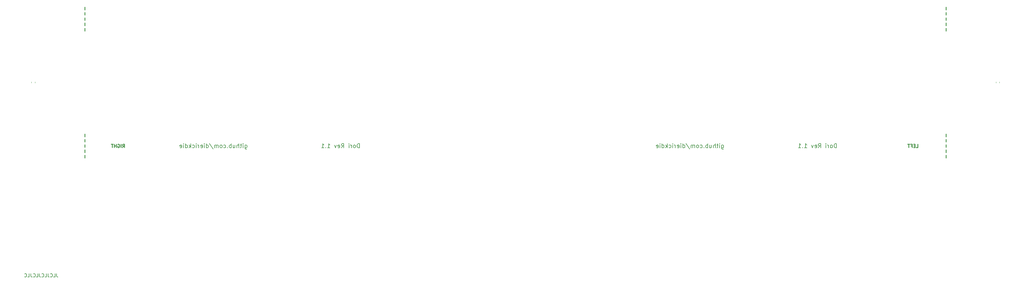
<source format=gbo>
G04 #@! TF.GenerationSoftware,KiCad,Pcbnew,(5.1.2-1)-1*
G04 #@! TF.CreationDate,2020-07-25T23:38:00-05:00*
G04 #@! TF.ProjectId,Dori_top_plate,446f7269-5f74-46f7-905f-706c6174652e,rev?*
G04 #@! TF.SameCoordinates,Original*
G04 #@! TF.FileFunction,Legend,Bot*
G04 #@! TF.FilePolarity,Positive*
%FSLAX46Y46*%
G04 Gerber Fmt 4.6, Leading zero omitted, Abs format (unit mm)*
G04 Created by KiCad (PCBNEW (5.1.2-1)-1) date 2020-07-25 23:38:00*
%MOMM*%
%LPD*%
G04 APERTURE LIST*
%ADD10C,0.250000*%
%ADD11C,0.200000*%
%ADD12C,0.150000*%
%ADD13C,0.120000*%
%ADD14C,4.102000*%
%ADD15C,0.100000*%
%ADD16C,1.052000*%
%ADD17C,0.902000*%
G04 APERTURE END LIST*
D10*
X127539583Y-100464880D02*
X127872916Y-99988690D01*
X128111011Y-100464880D02*
X128111011Y-99464880D01*
X127730059Y-99464880D01*
X127634821Y-99512500D01*
X127587202Y-99560119D01*
X127539583Y-99655357D01*
X127539583Y-99798214D01*
X127587202Y-99893452D01*
X127634821Y-99941071D01*
X127730059Y-99988690D01*
X128111011Y-99988690D01*
X127111011Y-100464880D02*
X127111011Y-99464880D01*
X126111011Y-99512500D02*
X126206250Y-99464880D01*
X126349107Y-99464880D01*
X126491964Y-99512500D01*
X126587202Y-99607738D01*
X126634821Y-99702976D01*
X126682440Y-99893452D01*
X126682440Y-100036309D01*
X126634821Y-100226785D01*
X126587202Y-100322023D01*
X126491964Y-100417261D01*
X126349107Y-100464880D01*
X126253869Y-100464880D01*
X126111011Y-100417261D01*
X126063392Y-100369642D01*
X126063392Y-100036309D01*
X126253869Y-100036309D01*
X125634821Y-100464880D02*
X125634821Y-99464880D01*
X125634821Y-99941071D02*
X125063392Y-99941071D01*
X125063392Y-100464880D02*
X125063392Y-99464880D01*
X124730059Y-99464880D02*
X124158630Y-99464880D01*
X124444345Y-100464880D02*
X124444345Y-99464880D01*
X374253125Y-64690625D02*
X374253125Y-65484375D01*
X374253125Y-63103125D02*
X374253125Y-63896875D01*
X374253125Y-61515625D02*
X374253125Y-62309375D01*
X374253125Y-59928125D02*
X374253125Y-60721875D01*
X374253125Y-58340625D02*
X374253125Y-59134375D01*
X374253125Y-102790625D02*
X374253125Y-103584375D01*
X374253125Y-101203125D02*
X374253125Y-101996875D01*
X374253125Y-99615625D02*
X374253125Y-100409375D01*
X374253125Y-98028125D02*
X374253125Y-98821875D01*
X374253125Y-96440625D02*
X374253125Y-97234375D01*
X116284375Y-102790625D02*
X116284375Y-103584375D01*
X116284375Y-101203125D02*
X116284375Y-101996875D01*
X116284375Y-99615625D02*
X116284375Y-100409375D01*
X116284375Y-98028125D02*
X116284375Y-98821875D01*
X116284375Y-96440625D02*
X116284375Y-97234375D01*
X116284375Y-64690625D02*
X116284375Y-65484375D01*
X116284375Y-63103125D02*
X116284375Y-63896875D01*
X116284375Y-61515625D02*
X116284375Y-62309375D01*
X116284375Y-59928125D02*
X116284375Y-60721875D01*
D11*
X198536011Y-100577976D02*
X198536011Y-99327976D01*
X198238392Y-99327976D01*
X198059821Y-99387500D01*
X197940773Y-99506547D01*
X197881250Y-99625595D01*
X197821726Y-99863690D01*
X197821726Y-100042261D01*
X197881250Y-100280357D01*
X197940773Y-100399404D01*
X198059821Y-100518452D01*
X198238392Y-100577976D01*
X198536011Y-100577976D01*
X197107440Y-100577976D02*
X197226488Y-100518452D01*
X197286011Y-100458928D01*
X197345535Y-100339880D01*
X197345535Y-99982738D01*
X197286011Y-99863690D01*
X197226488Y-99804166D01*
X197107440Y-99744642D01*
X196928869Y-99744642D01*
X196809821Y-99804166D01*
X196750297Y-99863690D01*
X196690773Y-99982738D01*
X196690773Y-100339880D01*
X196750297Y-100458928D01*
X196809821Y-100518452D01*
X196928869Y-100577976D01*
X197107440Y-100577976D01*
X196155059Y-100577976D02*
X196155059Y-99744642D01*
X196155059Y-99982738D02*
X196095535Y-99863690D01*
X196036011Y-99804166D01*
X195916964Y-99744642D01*
X195797916Y-99744642D01*
X195381250Y-100577976D02*
X195381250Y-99744642D01*
X195381250Y-99327976D02*
X195440773Y-99387500D01*
X195381250Y-99447023D01*
X195321726Y-99387500D01*
X195381250Y-99327976D01*
X195381250Y-99447023D01*
X193119345Y-100577976D02*
X193536011Y-99982738D01*
X193833630Y-100577976D02*
X193833630Y-99327976D01*
X193357440Y-99327976D01*
X193238392Y-99387500D01*
X193178869Y-99447023D01*
X193119345Y-99566071D01*
X193119345Y-99744642D01*
X193178869Y-99863690D01*
X193238392Y-99923214D01*
X193357440Y-99982738D01*
X193833630Y-99982738D01*
X192107440Y-100518452D02*
X192226488Y-100577976D01*
X192464583Y-100577976D01*
X192583630Y-100518452D01*
X192643154Y-100399404D01*
X192643154Y-99923214D01*
X192583630Y-99804166D01*
X192464583Y-99744642D01*
X192226488Y-99744642D01*
X192107440Y-99804166D01*
X192047916Y-99923214D01*
X192047916Y-100042261D01*
X192643154Y-100161309D01*
X191631250Y-99744642D02*
X191333630Y-100577976D01*
X191036011Y-99744642D01*
X188952678Y-100577976D02*
X189666964Y-100577976D01*
X189309821Y-100577976D02*
X189309821Y-99327976D01*
X189428869Y-99506547D01*
X189547916Y-99625595D01*
X189666964Y-99685119D01*
X188416964Y-100458928D02*
X188357440Y-100518452D01*
X188416964Y-100577976D01*
X188476488Y-100518452D01*
X188416964Y-100458928D01*
X188416964Y-100577976D01*
X187166964Y-100577976D02*
X187881250Y-100577976D01*
X187524107Y-100577976D02*
X187524107Y-99327976D01*
X187643154Y-99506547D01*
X187762202Y-99625595D01*
X187881250Y-99685119D01*
X164275297Y-99744642D02*
X164275297Y-100756547D01*
X164334821Y-100875595D01*
X164394345Y-100935119D01*
X164513392Y-100994642D01*
X164691964Y-100994642D01*
X164811011Y-100935119D01*
X164275297Y-100518452D02*
X164394345Y-100577976D01*
X164632440Y-100577976D01*
X164751488Y-100518452D01*
X164811011Y-100458928D01*
X164870535Y-100339880D01*
X164870535Y-99982738D01*
X164811011Y-99863690D01*
X164751488Y-99804166D01*
X164632440Y-99744642D01*
X164394345Y-99744642D01*
X164275297Y-99804166D01*
X163680059Y-100577976D02*
X163680059Y-99744642D01*
X163680059Y-99327976D02*
X163739583Y-99387500D01*
X163680059Y-99447023D01*
X163620535Y-99387500D01*
X163680059Y-99327976D01*
X163680059Y-99447023D01*
X163263392Y-99744642D02*
X162787202Y-99744642D01*
X163084821Y-99327976D02*
X163084821Y-100399404D01*
X163025297Y-100518452D01*
X162906250Y-100577976D01*
X162787202Y-100577976D01*
X162370535Y-100577976D02*
X162370535Y-99327976D01*
X161834821Y-100577976D02*
X161834821Y-99923214D01*
X161894345Y-99804166D01*
X162013392Y-99744642D01*
X162191964Y-99744642D01*
X162311011Y-99804166D01*
X162370535Y-99863690D01*
X160703869Y-99744642D02*
X160703869Y-100577976D01*
X161239583Y-99744642D02*
X161239583Y-100399404D01*
X161180059Y-100518452D01*
X161061011Y-100577976D01*
X160882440Y-100577976D01*
X160763392Y-100518452D01*
X160703869Y-100458928D01*
X160108630Y-100577976D02*
X160108630Y-99327976D01*
X160108630Y-99804166D02*
X159989583Y-99744642D01*
X159751488Y-99744642D01*
X159632440Y-99804166D01*
X159572916Y-99863690D01*
X159513392Y-99982738D01*
X159513392Y-100339880D01*
X159572916Y-100458928D01*
X159632440Y-100518452D01*
X159751488Y-100577976D01*
X159989583Y-100577976D01*
X160108630Y-100518452D01*
X158977678Y-100458928D02*
X158918154Y-100518452D01*
X158977678Y-100577976D01*
X159037202Y-100518452D01*
X158977678Y-100458928D01*
X158977678Y-100577976D01*
X157846726Y-100518452D02*
X157965773Y-100577976D01*
X158203869Y-100577976D01*
X158322916Y-100518452D01*
X158382440Y-100458928D01*
X158441964Y-100339880D01*
X158441964Y-99982738D01*
X158382440Y-99863690D01*
X158322916Y-99804166D01*
X158203869Y-99744642D01*
X157965773Y-99744642D01*
X157846726Y-99804166D01*
X157132440Y-100577976D02*
X157251488Y-100518452D01*
X157311011Y-100458928D01*
X157370535Y-100339880D01*
X157370535Y-99982738D01*
X157311011Y-99863690D01*
X157251488Y-99804166D01*
X157132440Y-99744642D01*
X156953869Y-99744642D01*
X156834821Y-99804166D01*
X156775297Y-99863690D01*
X156715773Y-99982738D01*
X156715773Y-100339880D01*
X156775297Y-100458928D01*
X156834821Y-100518452D01*
X156953869Y-100577976D01*
X157132440Y-100577976D01*
X156180059Y-100577976D02*
X156180059Y-99744642D01*
X156180059Y-99863690D02*
X156120535Y-99804166D01*
X156001488Y-99744642D01*
X155822916Y-99744642D01*
X155703869Y-99804166D01*
X155644345Y-99923214D01*
X155644345Y-100577976D01*
X155644345Y-99923214D02*
X155584821Y-99804166D01*
X155465773Y-99744642D01*
X155287202Y-99744642D01*
X155168154Y-99804166D01*
X155108630Y-99923214D01*
X155108630Y-100577976D01*
X153620535Y-99268452D02*
X154691964Y-100875595D01*
X152668154Y-100577976D02*
X152668154Y-99327976D01*
X152668154Y-100518452D02*
X152787202Y-100577976D01*
X153025297Y-100577976D01*
X153144345Y-100518452D01*
X153203869Y-100458928D01*
X153263392Y-100339880D01*
X153263392Y-99982738D01*
X153203869Y-99863690D01*
X153144345Y-99804166D01*
X153025297Y-99744642D01*
X152787202Y-99744642D01*
X152668154Y-99804166D01*
X152072916Y-100577976D02*
X152072916Y-99744642D01*
X152072916Y-99327976D02*
X152132440Y-99387500D01*
X152072916Y-99447023D01*
X152013392Y-99387500D01*
X152072916Y-99327976D01*
X152072916Y-99447023D01*
X151001488Y-100518452D02*
X151120535Y-100577976D01*
X151358630Y-100577976D01*
X151477678Y-100518452D01*
X151537202Y-100399404D01*
X151537202Y-99923214D01*
X151477678Y-99804166D01*
X151358630Y-99744642D01*
X151120535Y-99744642D01*
X151001488Y-99804166D01*
X150941964Y-99923214D01*
X150941964Y-100042261D01*
X151537202Y-100161309D01*
X150406250Y-100577976D02*
X150406250Y-99744642D01*
X150406250Y-99982738D02*
X150346726Y-99863690D01*
X150287202Y-99804166D01*
X150168154Y-99744642D01*
X150049107Y-99744642D01*
X149632440Y-100577976D02*
X149632440Y-99744642D01*
X149632440Y-99327976D02*
X149691964Y-99387500D01*
X149632440Y-99447023D01*
X149572916Y-99387500D01*
X149632440Y-99327976D01*
X149632440Y-99447023D01*
X148501488Y-100518452D02*
X148620535Y-100577976D01*
X148858630Y-100577976D01*
X148977678Y-100518452D01*
X149037202Y-100458928D01*
X149096726Y-100339880D01*
X149096726Y-99982738D01*
X149037202Y-99863690D01*
X148977678Y-99804166D01*
X148858630Y-99744642D01*
X148620535Y-99744642D01*
X148501488Y-99804166D01*
X147965773Y-100577976D02*
X147965773Y-99327976D01*
X147846726Y-100101785D02*
X147489583Y-100577976D01*
X147489583Y-99744642D02*
X147965773Y-100220833D01*
X146418154Y-100577976D02*
X146418154Y-99327976D01*
X146418154Y-100518452D02*
X146537202Y-100577976D01*
X146775297Y-100577976D01*
X146894345Y-100518452D01*
X146953869Y-100458928D01*
X147013392Y-100339880D01*
X147013392Y-99982738D01*
X146953869Y-99863690D01*
X146894345Y-99804166D01*
X146775297Y-99744642D01*
X146537202Y-99744642D01*
X146418154Y-99804166D01*
X145822916Y-100577976D02*
X145822916Y-99744642D01*
X145822916Y-99327976D02*
X145882440Y-99387500D01*
X145822916Y-99447023D01*
X145763392Y-99387500D01*
X145822916Y-99327976D01*
X145822916Y-99447023D01*
X144751488Y-100518452D02*
X144870535Y-100577976D01*
X145108630Y-100577976D01*
X145227678Y-100518452D01*
X145287202Y-100399404D01*
X145287202Y-99923214D01*
X145227678Y-99804166D01*
X145108630Y-99744642D01*
X144870535Y-99744642D01*
X144751488Y-99804166D01*
X144691964Y-99923214D01*
X144691964Y-100042261D01*
X145287202Y-100161309D01*
D10*
X365283630Y-100464880D02*
X365759821Y-100464880D01*
X365759821Y-99464880D01*
X364950297Y-99941071D02*
X364616964Y-99941071D01*
X364474107Y-100464880D02*
X364950297Y-100464880D01*
X364950297Y-99464880D01*
X364474107Y-99464880D01*
X363712202Y-99941071D02*
X364045535Y-99941071D01*
X364045535Y-100464880D02*
X364045535Y-99464880D01*
X363569345Y-99464880D01*
X363331250Y-99464880D02*
X362759821Y-99464880D01*
X363045535Y-100464880D02*
X363045535Y-99464880D01*
X116284375Y-58340625D02*
X116284375Y-59134375D01*
D11*
X307033291Y-99744642D02*
X307033291Y-100756547D01*
X307092815Y-100875595D01*
X307152339Y-100935119D01*
X307271386Y-100994642D01*
X307449958Y-100994642D01*
X307569005Y-100935119D01*
X307033291Y-100518452D02*
X307152339Y-100577976D01*
X307390434Y-100577976D01*
X307509482Y-100518452D01*
X307569005Y-100458928D01*
X307628529Y-100339880D01*
X307628529Y-99982738D01*
X307569005Y-99863690D01*
X307509482Y-99804166D01*
X307390434Y-99744642D01*
X307152339Y-99744642D01*
X307033291Y-99804166D01*
X306438053Y-100577976D02*
X306438053Y-99744642D01*
X306438053Y-99327976D02*
X306497577Y-99387500D01*
X306438053Y-99447023D01*
X306378529Y-99387500D01*
X306438053Y-99327976D01*
X306438053Y-99447023D01*
X306021386Y-99744642D02*
X305545196Y-99744642D01*
X305842815Y-99327976D02*
X305842815Y-100399404D01*
X305783291Y-100518452D01*
X305664244Y-100577976D01*
X305545196Y-100577976D01*
X305128529Y-100577976D02*
X305128529Y-99327976D01*
X304592815Y-100577976D02*
X304592815Y-99923214D01*
X304652339Y-99804166D01*
X304771386Y-99744642D01*
X304949958Y-99744642D01*
X305069005Y-99804166D01*
X305128529Y-99863690D01*
X303461863Y-99744642D02*
X303461863Y-100577976D01*
X303997577Y-99744642D02*
X303997577Y-100399404D01*
X303938053Y-100518452D01*
X303819005Y-100577976D01*
X303640434Y-100577976D01*
X303521386Y-100518452D01*
X303461863Y-100458928D01*
X302866624Y-100577976D02*
X302866624Y-99327976D01*
X302866624Y-99804166D02*
X302747577Y-99744642D01*
X302509482Y-99744642D01*
X302390434Y-99804166D01*
X302330910Y-99863690D01*
X302271386Y-99982738D01*
X302271386Y-100339880D01*
X302330910Y-100458928D01*
X302390434Y-100518452D01*
X302509482Y-100577976D01*
X302747577Y-100577976D01*
X302866624Y-100518452D01*
X301735672Y-100458928D02*
X301676148Y-100518452D01*
X301735672Y-100577976D01*
X301795196Y-100518452D01*
X301735672Y-100458928D01*
X301735672Y-100577976D01*
X300604720Y-100518452D02*
X300723767Y-100577976D01*
X300961863Y-100577976D01*
X301080910Y-100518452D01*
X301140434Y-100458928D01*
X301199958Y-100339880D01*
X301199958Y-99982738D01*
X301140434Y-99863690D01*
X301080910Y-99804166D01*
X300961863Y-99744642D01*
X300723767Y-99744642D01*
X300604720Y-99804166D01*
X299890434Y-100577976D02*
X300009482Y-100518452D01*
X300069005Y-100458928D01*
X300128529Y-100339880D01*
X300128529Y-99982738D01*
X300069005Y-99863690D01*
X300009482Y-99804166D01*
X299890434Y-99744642D01*
X299711863Y-99744642D01*
X299592815Y-99804166D01*
X299533291Y-99863690D01*
X299473767Y-99982738D01*
X299473767Y-100339880D01*
X299533291Y-100458928D01*
X299592815Y-100518452D01*
X299711863Y-100577976D01*
X299890434Y-100577976D01*
X298938053Y-100577976D02*
X298938053Y-99744642D01*
X298938053Y-99863690D02*
X298878529Y-99804166D01*
X298759482Y-99744642D01*
X298580910Y-99744642D01*
X298461863Y-99804166D01*
X298402339Y-99923214D01*
X298402339Y-100577976D01*
X298402339Y-99923214D02*
X298342815Y-99804166D01*
X298223767Y-99744642D01*
X298045196Y-99744642D01*
X297926148Y-99804166D01*
X297866624Y-99923214D01*
X297866624Y-100577976D01*
X296378529Y-99268452D02*
X297449958Y-100875595D01*
X295426148Y-100577976D02*
X295426148Y-99327976D01*
X295426148Y-100518452D02*
X295545196Y-100577976D01*
X295783291Y-100577976D01*
X295902339Y-100518452D01*
X295961863Y-100458928D01*
X296021386Y-100339880D01*
X296021386Y-99982738D01*
X295961863Y-99863690D01*
X295902339Y-99804166D01*
X295783291Y-99744642D01*
X295545196Y-99744642D01*
X295426148Y-99804166D01*
X294830910Y-100577976D02*
X294830910Y-99744642D01*
X294830910Y-99327976D02*
X294890434Y-99387500D01*
X294830910Y-99447023D01*
X294771386Y-99387500D01*
X294830910Y-99327976D01*
X294830910Y-99447023D01*
X293759482Y-100518452D02*
X293878529Y-100577976D01*
X294116624Y-100577976D01*
X294235672Y-100518452D01*
X294295196Y-100399404D01*
X294295196Y-99923214D01*
X294235672Y-99804166D01*
X294116624Y-99744642D01*
X293878529Y-99744642D01*
X293759482Y-99804166D01*
X293699958Y-99923214D01*
X293699958Y-100042261D01*
X294295196Y-100161309D01*
X293164244Y-100577976D02*
X293164244Y-99744642D01*
X293164244Y-99982738D02*
X293104720Y-99863690D01*
X293045196Y-99804166D01*
X292926148Y-99744642D01*
X292807101Y-99744642D01*
X292390434Y-100577976D02*
X292390434Y-99744642D01*
X292390434Y-99327976D02*
X292449958Y-99387500D01*
X292390434Y-99447023D01*
X292330910Y-99387500D01*
X292390434Y-99327976D01*
X292390434Y-99447023D01*
X291259482Y-100518452D02*
X291378529Y-100577976D01*
X291616624Y-100577976D01*
X291735672Y-100518452D01*
X291795196Y-100458928D01*
X291854720Y-100339880D01*
X291854720Y-99982738D01*
X291795196Y-99863690D01*
X291735672Y-99804166D01*
X291616624Y-99744642D01*
X291378529Y-99744642D01*
X291259482Y-99804166D01*
X290723767Y-100577976D02*
X290723767Y-99327976D01*
X290604720Y-100101785D02*
X290247577Y-100577976D01*
X290247577Y-99744642D02*
X290723767Y-100220833D01*
X289176148Y-100577976D02*
X289176148Y-99327976D01*
X289176148Y-100518452D02*
X289295196Y-100577976D01*
X289533291Y-100577976D01*
X289652339Y-100518452D01*
X289711863Y-100458928D01*
X289771386Y-100339880D01*
X289771386Y-99982738D01*
X289711863Y-99863690D01*
X289652339Y-99804166D01*
X289533291Y-99744642D01*
X289295196Y-99744642D01*
X289176148Y-99804166D01*
X288580910Y-100577976D02*
X288580910Y-99744642D01*
X288580910Y-99327976D02*
X288640434Y-99387500D01*
X288580910Y-99447023D01*
X288521386Y-99387500D01*
X288580910Y-99327976D01*
X288580910Y-99447023D01*
X287509482Y-100518452D02*
X287628529Y-100577976D01*
X287866624Y-100577976D01*
X287985672Y-100518452D01*
X288045196Y-100399404D01*
X288045196Y-99923214D01*
X287985672Y-99804166D01*
X287866624Y-99744642D01*
X287628529Y-99744642D01*
X287509482Y-99804166D01*
X287449958Y-99923214D01*
X287449958Y-100042261D01*
X288045196Y-100161309D01*
X341411011Y-100577976D02*
X341411011Y-99327976D01*
X341113392Y-99327976D01*
X340934821Y-99387500D01*
X340815773Y-99506547D01*
X340756250Y-99625595D01*
X340696726Y-99863690D01*
X340696726Y-100042261D01*
X340756250Y-100280357D01*
X340815773Y-100399404D01*
X340934821Y-100518452D01*
X341113392Y-100577976D01*
X341411011Y-100577976D01*
X339982440Y-100577976D02*
X340101488Y-100518452D01*
X340161011Y-100458928D01*
X340220535Y-100339880D01*
X340220535Y-99982738D01*
X340161011Y-99863690D01*
X340101488Y-99804166D01*
X339982440Y-99744642D01*
X339803869Y-99744642D01*
X339684821Y-99804166D01*
X339625297Y-99863690D01*
X339565773Y-99982738D01*
X339565773Y-100339880D01*
X339625297Y-100458928D01*
X339684821Y-100518452D01*
X339803869Y-100577976D01*
X339982440Y-100577976D01*
X339030059Y-100577976D02*
X339030059Y-99744642D01*
X339030059Y-99982738D02*
X338970535Y-99863690D01*
X338911011Y-99804166D01*
X338791964Y-99744642D01*
X338672916Y-99744642D01*
X338256250Y-100577976D02*
X338256250Y-99744642D01*
X338256250Y-99327976D02*
X338315773Y-99387500D01*
X338256250Y-99447023D01*
X338196726Y-99387500D01*
X338256250Y-99327976D01*
X338256250Y-99447023D01*
X335994345Y-100577976D02*
X336411011Y-99982738D01*
X336708630Y-100577976D02*
X336708630Y-99327976D01*
X336232440Y-99327976D01*
X336113392Y-99387500D01*
X336053869Y-99447023D01*
X335994345Y-99566071D01*
X335994345Y-99744642D01*
X336053869Y-99863690D01*
X336113392Y-99923214D01*
X336232440Y-99982738D01*
X336708630Y-99982738D01*
X334982440Y-100518452D02*
X335101488Y-100577976D01*
X335339583Y-100577976D01*
X335458630Y-100518452D01*
X335518154Y-100399404D01*
X335518154Y-99923214D01*
X335458630Y-99804166D01*
X335339583Y-99744642D01*
X335101488Y-99744642D01*
X334982440Y-99804166D01*
X334922916Y-99923214D01*
X334922916Y-100042261D01*
X335518154Y-100161309D01*
X334506250Y-99744642D02*
X334208630Y-100577976D01*
X333911011Y-99744642D01*
X331827678Y-100577976D02*
X332541964Y-100577976D01*
X332184821Y-100577976D02*
X332184821Y-99327976D01*
X332303869Y-99506547D01*
X332422916Y-99625595D01*
X332541964Y-99685119D01*
X331291964Y-100458928D02*
X331232440Y-100518452D01*
X331291964Y-100577976D01*
X331351488Y-100518452D01*
X331291964Y-100458928D01*
X331291964Y-100577976D01*
X330041964Y-100577976D02*
X330756250Y-100577976D01*
X330399107Y-100577976D02*
X330399107Y-99327976D01*
X330518154Y-99506547D01*
X330637202Y-99625595D01*
X330756250Y-99685119D01*
D12*
X107806547Y-138358630D02*
X107806547Y-139072916D01*
X107854166Y-139215773D01*
X107949404Y-139311011D01*
X108092261Y-139358630D01*
X108187500Y-139358630D01*
X106854166Y-139358630D02*
X107330357Y-139358630D01*
X107330357Y-138358630D01*
X105949404Y-139263392D02*
X105997023Y-139311011D01*
X106139880Y-139358630D01*
X106235119Y-139358630D01*
X106377976Y-139311011D01*
X106473214Y-139215773D01*
X106520833Y-139120535D01*
X106568452Y-138930059D01*
X106568452Y-138787202D01*
X106520833Y-138596726D01*
X106473214Y-138501488D01*
X106377976Y-138406250D01*
X106235119Y-138358630D01*
X106139880Y-138358630D01*
X105997023Y-138406250D01*
X105949404Y-138453869D01*
X105235119Y-138358630D02*
X105235119Y-139072916D01*
X105282738Y-139215773D01*
X105377976Y-139311011D01*
X105520833Y-139358630D01*
X105616071Y-139358630D01*
X104282738Y-139358630D02*
X104758928Y-139358630D01*
X104758928Y-138358630D01*
X103377976Y-139263392D02*
X103425595Y-139311011D01*
X103568452Y-139358630D01*
X103663690Y-139358630D01*
X103806547Y-139311011D01*
X103901785Y-139215773D01*
X103949404Y-139120535D01*
X103997023Y-138930059D01*
X103997023Y-138787202D01*
X103949404Y-138596726D01*
X103901785Y-138501488D01*
X103806547Y-138406250D01*
X103663690Y-138358630D01*
X103568452Y-138358630D01*
X103425595Y-138406250D01*
X103377976Y-138453869D01*
X102663690Y-138358630D02*
X102663690Y-139072916D01*
X102711309Y-139215773D01*
X102806547Y-139311011D01*
X102949404Y-139358630D01*
X103044642Y-139358630D01*
X101711309Y-139358630D02*
X102187500Y-139358630D01*
X102187500Y-138358630D01*
X100806547Y-139263392D02*
X100854166Y-139311011D01*
X100997023Y-139358630D01*
X101092261Y-139358630D01*
X101235119Y-139311011D01*
X101330357Y-139215773D01*
X101377976Y-139120535D01*
X101425595Y-138930059D01*
X101425595Y-138787202D01*
X101377976Y-138596726D01*
X101330357Y-138501488D01*
X101235119Y-138406250D01*
X101092261Y-138358630D01*
X100997023Y-138358630D01*
X100854166Y-138406250D01*
X100806547Y-138453869D01*
X100092261Y-138358630D02*
X100092261Y-139072916D01*
X100139880Y-139215773D01*
X100235119Y-139311011D01*
X100377976Y-139358630D01*
X100473214Y-139358630D01*
X99139880Y-139358630D02*
X99616071Y-139358630D01*
X99616071Y-138358630D01*
X98235119Y-139263392D02*
X98282738Y-139311011D01*
X98425595Y-139358630D01*
X98520833Y-139358630D01*
X98663690Y-139311011D01*
X98758928Y-139215773D01*
X98806547Y-139120535D01*
X98854166Y-138930059D01*
X98854166Y-138787202D01*
X98806547Y-138596726D01*
X98758928Y-138501488D01*
X98663690Y-138406250D01*
X98520833Y-138358630D01*
X98425595Y-138358630D01*
X98282738Y-138406250D01*
X98235119Y-138453869D01*
D13*
X390241250Y-80791233D02*
X390241250Y-81133767D01*
X389221250Y-80791233D02*
X389221250Y-81133767D01*
X101316250Y-80791233D02*
X101316250Y-81133767D01*
X100296250Y-80791233D02*
X100296250Y-81133767D01*
%LPC*%
D14*
X221853125Y-105171875D03*
X268697075Y-105171875D03*
X380218950Y-100012500D03*
X380218950Y-59918600D03*
X110331250Y-100012500D03*
X110331250Y-61912500D03*
X354806250Y-61912500D03*
X354806250Y-100012500D03*
X278606250Y-61912500D03*
X135731250Y-100012500D03*
X211931250Y-61912500D03*
X135731250Y-61912500D03*
D15*
G36*
X390020029Y-81262766D02*
G01*
X390045559Y-81266553D01*
X390070595Y-81272825D01*
X390094896Y-81281520D01*
X390118227Y-81292555D01*
X390140365Y-81305823D01*
X390161095Y-81321198D01*
X390180219Y-81338531D01*
X390197552Y-81357655D01*
X390212927Y-81378385D01*
X390226195Y-81400523D01*
X390237230Y-81423854D01*
X390245925Y-81448155D01*
X390252197Y-81473191D01*
X390255984Y-81498721D01*
X390257250Y-81524500D01*
X390257250Y-82150500D01*
X390255984Y-82176279D01*
X390252197Y-82201809D01*
X390245925Y-82226845D01*
X390237230Y-82251146D01*
X390226195Y-82274477D01*
X390212927Y-82296615D01*
X390197552Y-82317345D01*
X390180219Y-82336469D01*
X390161095Y-82353802D01*
X390140365Y-82369177D01*
X390118227Y-82382445D01*
X390094896Y-82393480D01*
X390070595Y-82402175D01*
X390045559Y-82408447D01*
X390020029Y-82412234D01*
X389994250Y-82413500D01*
X389468250Y-82413500D01*
X389442471Y-82412234D01*
X389416941Y-82408447D01*
X389391905Y-82402175D01*
X389367604Y-82393480D01*
X389344273Y-82382445D01*
X389322135Y-82369177D01*
X389301405Y-82353802D01*
X389282281Y-82336469D01*
X389264948Y-82317345D01*
X389249573Y-82296615D01*
X389236305Y-82274477D01*
X389225270Y-82251146D01*
X389216575Y-82226845D01*
X389210303Y-82201809D01*
X389206516Y-82176279D01*
X389205250Y-82150500D01*
X389205250Y-81524500D01*
X389206516Y-81498721D01*
X389210303Y-81473191D01*
X389216575Y-81448155D01*
X389225270Y-81423854D01*
X389236305Y-81400523D01*
X389249573Y-81378385D01*
X389264948Y-81357655D01*
X389282281Y-81338531D01*
X389301405Y-81321198D01*
X389322135Y-81305823D01*
X389344273Y-81292555D01*
X389367604Y-81281520D01*
X389391905Y-81272825D01*
X389416941Y-81266553D01*
X389442471Y-81262766D01*
X389468250Y-81261500D01*
X389994250Y-81261500D01*
X390020029Y-81262766D01*
X390020029Y-81262766D01*
G37*
D16*
X389731250Y-81837500D03*
D15*
G36*
X390020029Y-79512766D02*
G01*
X390045559Y-79516553D01*
X390070595Y-79522825D01*
X390094896Y-79531520D01*
X390118227Y-79542555D01*
X390140365Y-79555823D01*
X390161095Y-79571198D01*
X390180219Y-79588531D01*
X390197552Y-79607655D01*
X390212927Y-79628385D01*
X390226195Y-79650523D01*
X390237230Y-79673854D01*
X390245925Y-79698155D01*
X390252197Y-79723191D01*
X390255984Y-79748721D01*
X390257250Y-79774500D01*
X390257250Y-80400500D01*
X390255984Y-80426279D01*
X390252197Y-80451809D01*
X390245925Y-80476845D01*
X390237230Y-80501146D01*
X390226195Y-80524477D01*
X390212927Y-80546615D01*
X390197552Y-80567345D01*
X390180219Y-80586469D01*
X390161095Y-80603802D01*
X390140365Y-80619177D01*
X390118227Y-80632445D01*
X390094896Y-80643480D01*
X390070595Y-80652175D01*
X390045559Y-80658447D01*
X390020029Y-80662234D01*
X389994250Y-80663500D01*
X389468250Y-80663500D01*
X389442471Y-80662234D01*
X389416941Y-80658447D01*
X389391905Y-80652175D01*
X389367604Y-80643480D01*
X389344273Y-80632445D01*
X389322135Y-80619177D01*
X389301405Y-80603802D01*
X389282281Y-80586469D01*
X389264948Y-80567345D01*
X389249573Y-80546615D01*
X389236305Y-80524477D01*
X389225270Y-80501146D01*
X389216575Y-80476845D01*
X389210303Y-80451809D01*
X389206516Y-80426279D01*
X389205250Y-80400500D01*
X389205250Y-79774500D01*
X389206516Y-79748721D01*
X389210303Y-79723191D01*
X389216575Y-79698155D01*
X389225270Y-79673854D01*
X389236305Y-79650523D01*
X389249573Y-79628385D01*
X389264948Y-79607655D01*
X389282281Y-79588531D01*
X389301405Y-79571198D01*
X389322135Y-79555823D01*
X389344273Y-79542555D01*
X389367604Y-79531520D01*
X389391905Y-79522825D01*
X389416941Y-79516553D01*
X389442471Y-79512766D01*
X389468250Y-79511500D01*
X389994250Y-79511500D01*
X390020029Y-79512766D01*
X390020029Y-79512766D01*
G37*
D16*
X389731250Y-80087500D03*
D15*
G36*
X101095029Y-81262766D02*
G01*
X101120559Y-81266553D01*
X101145595Y-81272825D01*
X101169896Y-81281520D01*
X101193227Y-81292555D01*
X101215365Y-81305823D01*
X101236095Y-81321198D01*
X101255219Y-81338531D01*
X101272552Y-81357655D01*
X101287927Y-81378385D01*
X101301195Y-81400523D01*
X101312230Y-81423854D01*
X101320925Y-81448155D01*
X101327197Y-81473191D01*
X101330984Y-81498721D01*
X101332250Y-81524500D01*
X101332250Y-82150500D01*
X101330984Y-82176279D01*
X101327197Y-82201809D01*
X101320925Y-82226845D01*
X101312230Y-82251146D01*
X101301195Y-82274477D01*
X101287927Y-82296615D01*
X101272552Y-82317345D01*
X101255219Y-82336469D01*
X101236095Y-82353802D01*
X101215365Y-82369177D01*
X101193227Y-82382445D01*
X101169896Y-82393480D01*
X101145595Y-82402175D01*
X101120559Y-82408447D01*
X101095029Y-82412234D01*
X101069250Y-82413500D01*
X100543250Y-82413500D01*
X100517471Y-82412234D01*
X100491941Y-82408447D01*
X100466905Y-82402175D01*
X100442604Y-82393480D01*
X100419273Y-82382445D01*
X100397135Y-82369177D01*
X100376405Y-82353802D01*
X100357281Y-82336469D01*
X100339948Y-82317345D01*
X100324573Y-82296615D01*
X100311305Y-82274477D01*
X100300270Y-82251146D01*
X100291575Y-82226845D01*
X100285303Y-82201809D01*
X100281516Y-82176279D01*
X100280250Y-82150500D01*
X100280250Y-81524500D01*
X100281516Y-81498721D01*
X100285303Y-81473191D01*
X100291575Y-81448155D01*
X100300270Y-81423854D01*
X100311305Y-81400523D01*
X100324573Y-81378385D01*
X100339948Y-81357655D01*
X100357281Y-81338531D01*
X100376405Y-81321198D01*
X100397135Y-81305823D01*
X100419273Y-81292555D01*
X100442604Y-81281520D01*
X100466905Y-81272825D01*
X100491941Y-81266553D01*
X100517471Y-81262766D01*
X100543250Y-81261500D01*
X101069250Y-81261500D01*
X101095029Y-81262766D01*
X101095029Y-81262766D01*
G37*
D16*
X100806250Y-81837500D03*
D15*
G36*
X101095029Y-79512766D02*
G01*
X101120559Y-79516553D01*
X101145595Y-79522825D01*
X101169896Y-79531520D01*
X101193227Y-79542555D01*
X101215365Y-79555823D01*
X101236095Y-79571198D01*
X101255219Y-79588531D01*
X101272552Y-79607655D01*
X101287927Y-79628385D01*
X101301195Y-79650523D01*
X101312230Y-79673854D01*
X101320925Y-79698155D01*
X101327197Y-79723191D01*
X101330984Y-79748721D01*
X101332250Y-79774500D01*
X101332250Y-80400500D01*
X101330984Y-80426279D01*
X101327197Y-80451809D01*
X101320925Y-80476845D01*
X101312230Y-80501146D01*
X101301195Y-80524477D01*
X101287927Y-80546615D01*
X101272552Y-80567345D01*
X101255219Y-80586469D01*
X101236095Y-80603802D01*
X101215365Y-80619177D01*
X101193227Y-80632445D01*
X101169896Y-80643480D01*
X101145595Y-80652175D01*
X101120559Y-80658447D01*
X101095029Y-80662234D01*
X101069250Y-80663500D01*
X100543250Y-80663500D01*
X100517471Y-80662234D01*
X100491941Y-80658447D01*
X100466905Y-80652175D01*
X100442604Y-80643480D01*
X100419273Y-80632445D01*
X100397135Y-80619177D01*
X100376405Y-80603802D01*
X100357281Y-80586469D01*
X100339948Y-80567345D01*
X100324573Y-80546615D01*
X100311305Y-80524477D01*
X100300270Y-80501146D01*
X100291575Y-80476845D01*
X100285303Y-80451809D01*
X100281516Y-80426279D01*
X100280250Y-80400500D01*
X100280250Y-79774500D01*
X100281516Y-79748721D01*
X100285303Y-79723191D01*
X100291575Y-79698155D01*
X100300270Y-79673854D01*
X100311305Y-79650523D01*
X100324573Y-79628385D01*
X100339948Y-79607655D01*
X100357281Y-79588531D01*
X100376405Y-79571198D01*
X100397135Y-79555823D01*
X100419273Y-79542555D01*
X100442604Y-79531520D01*
X100466905Y-79522825D01*
X100491941Y-79516553D01*
X100517471Y-79512766D01*
X100543250Y-79511500D01*
X101069250Y-79511500D01*
X101095029Y-79512766D01*
X101095029Y-79512766D01*
G37*
D16*
X100806250Y-80087500D03*
D17*
X373062500Y-61912500D03*
X373062500Y-60388500D03*
X373062500Y-58864500D03*
X373062500Y-63690500D03*
X373062500Y-65214500D03*
X373062500Y-100012500D03*
X373062500Y-98488500D03*
X373062500Y-96964500D03*
X373062500Y-101536500D03*
X373062500Y-103060500D03*
X278606250Y-43656250D03*
X280130250Y-43656250D03*
X281654250Y-43656250D03*
X277082250Y-43656250D03*
X275558250Y-43656250D03*
X354806250Y-43656250D03*
X356330250Y-43656250D03*
X357854250Y-43656250D03*
X353282250Y-43656250D03*
X351758250Y-43656250D03*
X135731250Y-43656250D03*
X137255250Y-43656250D03*
X138779250Y-43656250D03*
X134207250Y-43656250D03*
X132683250Y-43656250D03*
X211931250Y-43656250D03*
X213455250Y-43656250D03*
X214979250Y-43656250D03*
X210407250Y-43656250D03*
X208883250Y-43656250D03*
X193675000Y-118268750D03*
X195199000Y-118268750D03*
X196723000Y-118268750D03*
X192151000Y-118268750D03*
X190627000Y-118268750D03*
X135731250Y-118268750D03*
X137255250Y-118268750D03*
X138779250Y-118268750D03*
X134207250Y-118268750D03*
X132683250Y-118268750D03*
X296862500Y-118268750D03*
X298386500Y-118268750D03*
X299910500Y-118268750D03*
X295338500Y-118268750D03*
X293814500Y-118268750D03*
X354806250Y-118268750D03*
X356330250Y-118268750D03*
X357854250Y-118268750D03*
X353282250Y-118268750D03*
X351758250Y-118268750D03*
X117403125Y-61912500D03*
X117403125Y-60515500D03*
X117403125Y-59118500D03*
X117403125Y-63309500D03*
X117403125Y-64706500D03*
X117402768Y-100012500D03*
X117402768Y-98615500D03*
X117402768Y-97218500D03*
X117402768Y-101409500D03*
X117402768Y-102806500D03*
M02*

</source>
